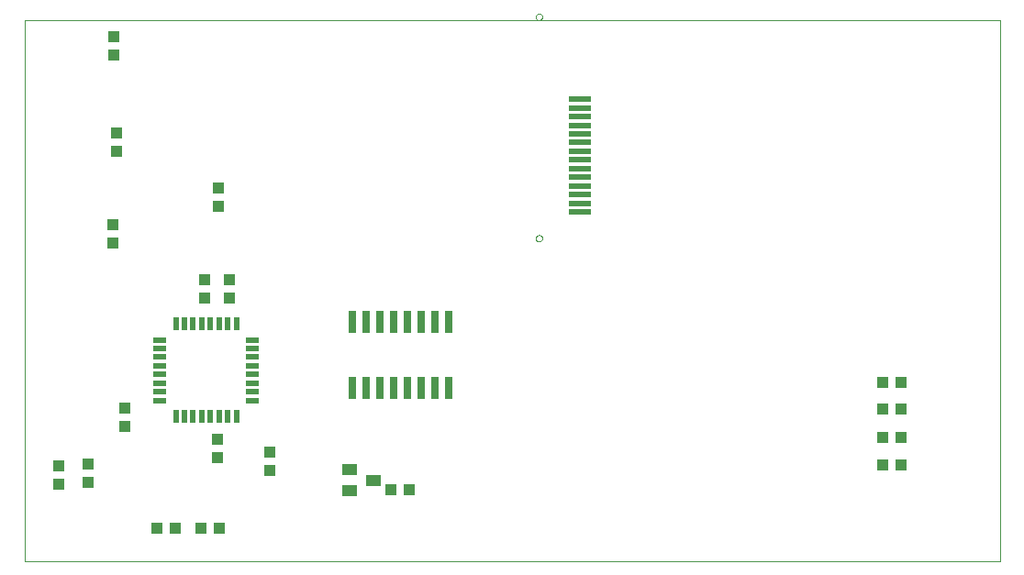
<source format=gtp>
G75*
%MOIN*%
%OFA0B0*%
%FSLAX24Y24*%
%IPPOS*%
%LPD*%
%AMOC8*
5,1,8,0,0,1.08239X$1,22.5*
%
%ADD10C,0.0000*%
%ADD11R,0.0425X0.0413*%
%ADD12R,0.0433X0.0394*%
%ADD13R,0.0413X0.0425*%
%ADD14R,0.0260X0.0800*%
%ADD15R,0.0551X0.0394*%
%ADD16R,0.0394X0.0433*%
%ADD17R,0.0220X0.0500*%
%ADD18R,0.0500X0.0220*%
%ADD19R,0.0787X0.0197*%
D10*
X000280Y001107D02*
X035713Y001107D01*
X035713Y001157D02*
X035713Y020792D01*
X000280Y020792D01*
X000280Y001107D01*
X018858Y012845D02*
X018860Y012866D01*
X018866Y012886D01*
X018875Y012906D01*
X018887Y012923D01*
X018902Y012937D01*
X018920Y012949D01*
X018940Y012957D01*
X018960Y012962D01*
X018981Y012963D01*
X019002Y012960D01*
X019022Y012954D01*
X019041Y012943D01*
X019058Y012930D01*
X019071Y012914D01*
X019082Y012896D01*
X019090Y012876D01*
X019094Y012856D01*
X019094Y012834D01*
X019090Y012814D01*
X019082Y012794D01*
X019071Y012776D01*
X019058Y012760D01*
X019041Y012747D01*
X019022Y012736D01*
X019002Y012730D01*
X018981Y012727D01*
X018960Y012728D01*
X018940Y012733D01*
X018920Y012741D01*
X018902Y012753D01*
X018887Y012767D01*
X018875Y012784D01*
X018866Y012804D01*
X018860Y012824D01*
X018858Y012845D01*
X018858Y020896D02*
X018860Y020917D01*
X018866Y020937D01*
X018875Y020957D01*
X018887Y020974D01*
X018902Y020988D01*
X018920Y021000D01*
X018940Y021008D01*
X018960Y021013D01*
X018981Y021014D01*
X019002Y021011D01*
X019022Y021005D01*
X019041Y020994D01*
X019058Y020981D01*
X019071Y020965D01*
X019082Y020947D01*
X019090Y020927D01*
X019094Y020907D01*
X019094Y020885D01*
X019090Y020865D01*
X019082Y020845D01*
X019071Y020827D01*
X019058Y020811D01*
X019041Y020798D01*
X019022Y020787D01*
X019002Y020781D01*
X018981Y020778D01*
X018960Y020779D01*
X018940Y020784D01*
X018920Y020792D01*
X018902Y020804D01*
X018887Y020818D01*
X018875Y020835D01*
X018866Y020855D01*
X018860Y020875D01*
X018858Y020896D01*
D11*
X007730Y011351D03*
X007730Y010662D03*
X006830Y010662D03*
X006830Y011351D03*
X007280Y005551D03*
X007280Y004862D03*
D12*
X009180Y005092D03*
X009180Y004422D03*
X003930Y006022D03*
X003930Y006692D03*
X002580Y004642D03*
X002580Y003972D03*
X001530Y003922D03*
X001530Y004592D03*
X003480Y012672D03*
X003480Y013342D03*
X003630Y016022D03*
X003630Y016692D03*
X003530Y019522D03*
X003530Y020192D03*
X007330Y014692D03*
X007330Y014022D03*
D13*
X007374Y002307D03*
X006686Y002307D03*
X005774Y002307D03*
X005086Y002307D03*
D14*
X012180Y007397D03*
X012680Y007397D03*
X013180Y007397D03*
X013680Y007397D03*
X014180Y007397D03*
X014680Y007397D03*
X015180Y007397D03*
X015680Y007397D03*
X015680Y009817D03*
X015180Y009817D03*
X014680Y009817D03*
X014180Y009817D03*
X013680Y009817D03*
X013180Y009817D03*
X012680Y009817D03*
X012180Y009817D03*
D15*
X012097Y004431D03*
X012097Y003683D03*
X012963Y004057D03*
D16*
X013595Y003707D03*
X014265Y003707D03*
X031445Y004607D03*
X032115Y004607D03*
X032115Y005607D03*
X031445Y005607D03*
X031445Y006657D03*
X032115Y006657D03*
X032115Y007607D03*
X031445Y007607D03*
D17*
X007982Y006367D03*
X007667Y006367D03*
X007352Y006367D03*
X007037Y006367D03*
X006723Y006367D03*
X006408Y006367D03*
X006093Y006367D03*
X005778Y006367D03*
X005778Y009747D03*
X006093Y009747D03*
X006408Y009747D03*
X006723Y009747D03*
X007037Y009747D03*
X007352Y009747D03*
X007667Y009747D03*
X007982Y009747D03*
D18*
X008570Y009159D03*
X008570Y008844D03*
X008570Y008529D03*
X008570Y008214D03*
X008570Y007899D03*
X008570Y007584D03*
X008570Y007270D03*
X008570Y006955D03*
X005190Y006955D03*
X005190Y007270D03*
X005190Y007584D03*
X005190Y007899D03*
X005190Y008214D03*
X005190Y008529D03*
X005190Y008844D03*
X005190Y009159D03*
D19*
X020473Y013810D03*
X020473Y014125D03*
X020473Y014440D03*
X020473Y014755D03*
X020473Y015070D03*
X020473Y015384D03*
X020473Y015699D03*
X020473Y016014D03*
X020473Y016329D03*
X020473Y016644D03*
X020473Y016959D03*
X020473Y017274D03*
X020473Y017589D03*
X020473Y017904D03*
M02*

</source>
